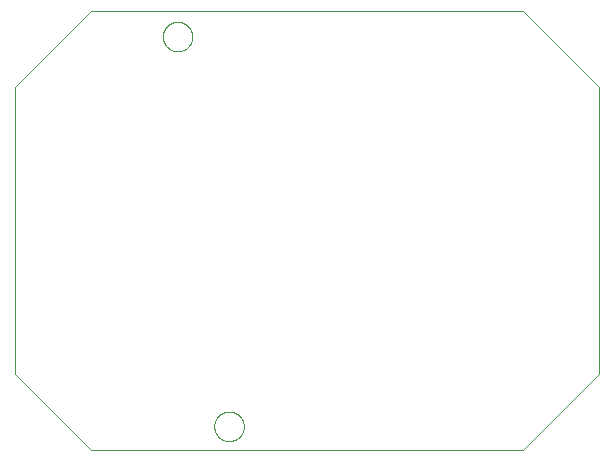
<source format=gtp>
G75*
%MOIN*%
%OFA0B0*%
%FSLAX25Y25*%
%IPPOS*%
%LPD*%
%AMOC8*
5,1,8,0,0,1.08239X$1,22.5*
%
%ADD10C,0.00000*%
D10*
X0002942Y0027902D02*
X0028336Y0002508D01*
X0172431Y0002508D01*
X0197824Y0027902D01*
X0197824Y0123374D01*
X0172431Y0148768D01*
X0028336Y0148768D01*
X0002942Y0123374D01*
X0002942Y0027902D01*
X0069478Y0010382D02*
X0069480Y0010522D01*
X0069486Y0010662D01*
X0069496Y0010801D01*
X0069510Y0010940D01*
X0069528Y0011079D01*
X0069549Y0011217D01*
X0069575Y0011355D01*
X0069605Y0011492D01*
X0069638Y0011627D01*
X0069676Y0011762D01*
X0069717Y0011896D01*
X0069762Y0012029D01*
X0069810Y0012160D01*
X0069863Y0012289D01*
X0069919Y0012418D01*
X0069978Y0012544D01*
X0070042Y0012669D01*
X0070108Y0012792D01*
X0070179Y0012913D01*
X0070252Y0013032D01*
X0070329Y0013149D01*
X0070410Y0013263D01*
X0070493Y0013375D01*
X0070580Y0013485D01*
X0070670Y0013593D01*
X0070762Y0013697D01*
X0070858Y0013799D01*
X0070957Y0013899D01*
X0071058Y0013995D01*
X0071162Y0014089D01*
X0071269Y0014179D01*
X0071378Y0014266D01*
X0071490Y0014351D01*
X0071604Y0014432D01*
X0071720Y0014510D01*
X0071838Y0014584D01*
X0071959Y0014655D01*
X0072081Y0014723D01*
X0072206Y0014787D01*
X0072332Y0014848D01*
X0072459Y0014905D01*
X0072589Y0014958D01*
X0072720Y0015008D01*
X0072852Y0015053D01*
X0072985Y0015096D01*
X0073120Y0015134D01*
X0073255Y0015168D01*
X0073392Y0015199D01*
X0073529Y0015226D01*
X0073667Y0015248D01*
X0073806Y0015267D01*
X0073945Y0015282D01*
X0074084Y0015293D01*
X0074224Y0015300D01*
X0074364Y0015303D01*
X0074504Y0015302D01*
X0074644Y0015297D01*
X0074783Y0015288D01*
X0074923Y0015275D01*
X0075062Y0015258D01*
X0075200Y0015237D01*
X0075338Y0015213D01*
X0075475Y0015184D01*
X0075611Y0015152D01*
X0075746Y0015115D01*
X0075880Y0015075D01*
X0076013Y0015031D01*
X0076144Y0014983D01*
X0076274Y0014932D01*
X0076403Y0014877D01*
X0076530Y0014818D01*
X0076655Y0014755D01*
X0076778Y0014690D01*
X0076900Y0014620D01*
X0077019Y0014547D01*
X0077137Y0014471D01*
X0077252Y0014392D01*
X0077365Y0014309D01*
X0077475Y0014223D01*
X0077583Y0014134D01*
X0077688Y0014042D01*
X0077791Y0013947D01*
X0077891Y0013849D01*
X0077988Y0013749D01*
X0078082Y0013645D01*
X0078174Y0013539D01*
X0078262Y0013431D01*
X0078347Y0013320D01*
X0078429Y0013206D01*
X0078508Y0013090D01*
X0078583Y0012973D01*
X0078655Y0012853D01*
X0078723Y0012731D01*
X0078788Y0012607D01*
X0078850Y0012481D01*
X0078908Y0012354D01*
X0078962Y0012225D01*
X0079013Y0012094D01*
X0079059Y0011962D01*
X0079102Y0011829D01*
X0079142Y0011695D01*
X0079177Y0011560D01*
X0079209Y0011423D01*
X0079236Y0011286D01*
X0079260Y0011148D01*
X0079280Y0011010D01*
X0079296Y0010871D01*
X0079308Y0010731D01*
X0079316Y0010592D01*
X0079320Y0010452D01*
X0079320Y0010312D01*
X0079316Y0010172D01*
X0079308Y0010033D01*
X0079296Y0009893D01*
X0079280Y0009754D01*
X0079260Y0009616D01*
X0079236Y0009478D01*
X0079209Y0009341D01*
X0079177Y0009204D01*
X0079142Y0009069D01*
X0079102Y0008935D01*
X0079059Y0008802D01*
X0079013Y0008670D01*
X0078962Y0008539D01*
X0078908Y0008410D01*
X0078850Y0008283D01*
X0078788Y0008157D01*
X0078723Y0008033D01*
X0078655Y0007911D01*
X0078583Y0007791D01*
X0078508Y0007674D01*
X0078429Y0007558D01*
X0078347Y0007444D01*
X0078262Y0007333D01*
X0078174Y0007225D01*
X0078082Y0007119D01*
X0077988Y0007015D01*
X0077891Y0006915D01*
X0077791Y0006817D01*
X0077688Y0006722D01*
X0077583Y0006630D01*
X0077475Y0006541D01*
X0077365Y0006455D01*
X0077252Y0006372D01*
X0077137Y0006293D01*
X0077019Y0006217D01*
X0076900Y0006144D01*
X0076778Y0006074D01*
X0076655Y0006009D01*
X0076530Y0005946D01*
X0076403Y0005887D01*
X0076274Y0005832D01*
X0076144Y0005781D01*
X0076013Y0005733D01*
X0075880Y0005689D01*
X0075746Y0005649D01*
X0075611Y0005612D01*
X0075475Y0005580D01*
X0075338Y0005551D01*
X0075200Y0005527D01*
X0075062Y0005506D01*
X0074923Y0005489D01*
X0074783Y0005476D01*
X0074644Y0005467D01*
X0074504Y0005462D01*
X0074364Y0005461D01*
X0074224Y0005464D01*
X0074084Y0005471D01*
X0073945Y0005482D01*
X0073806Y0005497D01*
X0073667Y0005516D01*
X0073529Y0005538D01*
X0073392Y0005565D01*
X0073255Y0005596D01*
X0073120Y0005630D01*
X0072985Y0005668D01*
X0072852Y0005711D01*
X0072720Y0005756D01*
X0072589Y0005806D01*
X0072459Y0005859D01*
X0072332Y0005916D01*
X0072206Y0005977D01*
X0072081Y0006041D01*
X0071959Y0006109D01*
X0071838Y0006180D01*
X0071720Y0006254D01*
X0071604Y0006332D01*
X0071490Y0006413D01*
X0071378Y0006498D01*
X0071269Y0006585D01*
X0071162Y0006675D01*
X0071058Y0006769D01*
X0070957Y0006865D01*
X0070858Y0006965D01*
X0070762Y0007067D01*
X0070670Y0007171D01*
X0070580Y0007279D01*
X0070493Y0007389D01*
X0070410Y0007501D01*
X0070329Y0007615D01*
X0070252Y0007732D01*
X0070179Y0007851D01*
X0070108Y0007972D01*
X0070042Y0008095D01*
X0069978Y0008220D01*
X0069919Y0008346D01*
X0069863Y0008475D01*
X0069810Y0008604D01*
X0069762Y0008735D01*
X0069717Y0008868D01*
X0069676Y0009002D01*
X0069638Y0009137D01*
X0069605Y0009272D01*
X0069575Y0009409D01*
X0069549Y0009547D01*
X0069528Y0009685D01*
X0069510Y0009824D01*
X0069496Y0009963D01*
X0069486Y0010102D01*
X0069480Y0010242D01*
X0069478Y0010382D01*
X0052352Y0140303D02*
X0052354Y0140443D01*
X0052360Y0140583D01*
X0052370Y0140722D01*
X0052384Y0140861D01*
X0052402Y0141000D01*
X0052423Y0141138D01*
X0052449Y0141276D01*
X0052479Y0141413D01*
X0052512Y0141548D01*
X0052550Y0141683D01*
X0052591Y0141817D01*
X0052636Y0141950D01*
X0052684Y0142081D01*
X0052737Y0142210D01*
X0052793Y0142339D01*
X0052852Y0142465D01*
X0052916Y0142590D01*
X0052982Y0142713D01*
X0053053Y0142834D01*
X0053126Y0142953D01*
X0053203Y0143070D01*
X0053284Y0143184D01*
X0053367Y0143296D01*
X0053454Y0143406D01*
X0053544Y0143514D01*
X0053636Y0143618D01*
X0053732Y0143720D01*
X0053831Y0143820D01*
X0053932Y0143916D01*
X0054036Y0144010D01*
X0054143Y0144100D01*
X0054252Y0144187D01*
X0054364Y0144272D01*
X0054478Y0144353D01*
X0054594Y0144431D01*
X0054712Y0144505D01*
X0054833Y0144576D01*
X0054955Y0144644D01*
X0055080Y0144708D01*
X0055206Y0144769D01*
X0055333Y0144826D01*
X0055463Y0144879D01*
X0055594Y0144929D01*
X0055726Y0144974D01*
X0055859Y0145017D01*
X0055994Y0145055D01*
X0056129Y0145089D01*
X0056266Y0145120D01*
X0056403Y0145147D01*
X0056541Y0145169D01*
X0056680Y0145188D01*
X0056819Y0145203D01*
X0056958Y0145214D01*
X0057098Y0145221D01*
X0057238Y0145224D01*
X0057378Y0145223D01*
X0057518Y0145218D01*
X0057657Y0145209D01*
X0057797Y0145196D01*
X0057936Y0145179D01*
X0058074Y0145158D01*
X0058212Y0145134D01*
X0058349Y0145105D01*
X0058485Y0145073D01*
X0058620Y0145036D01*
X0058754Y0144996D01*
X0058887Y0144952D01*
X0059018Y0144904D01*
X0059148Y0144853D01*
X0059277Y0144798D01*
X0059404Y0144739D01*
X0059529Y0144676D01*
X0059652Y0144611D01*
X0059774Y0144541D01*
X0059893Y0144468D01*
X0060011Y0144392D01*
X0060126Y0144313D01*
X0060239Y0144230D01*
X0060349Y0144144D01*
X0060457Y0144055D01*
X0060562Y0143963D01*
X0060665Y0143868D01*
X0060765Y0143770D01*
X0060862Y0143670D01*
X0060956Y0143566D01*
X0061048Y0143460D01*
X0061136Y0143352D01*
X0061221Y0143241D01*
X0061303Y0143127D01*
X0061382Y0143011D01*
X0061457Y0142894D01*
X0061529Y0142774D01*
X0061597Y0142652D01*
X0061662Y0142528D01*
X0061724Y0142402D01*
X0061782Y0142275D01*
X0061836Y0142146D01*
X0061887Y0142015D01*
X0061933Y0141883D01*
X0061976Y0141750D01*
X0062016Y0141616D01*
X0062051Y0141481D01*
X0062083Y0141344D01*
X0062110Y0141207D01*
X0062134Y0141069D01*
X0062154Y0140931D01*
X0062170Y0140792D01*
X0062182Y0140652D01*
X0062190Y0140513D01*
X0062194Y0140373D01*
X0062194Y0140233D01*
X0062190Y0140093D01*
X0062182Y0139954D01*
X0062170Y0139814D01*
X0062154Y0139675D01*
X0062134Y0139537D01*
X0062110Y0139399D01*
X0062083Y0139262D01*
X0062051Y0139125D01*
X0062016Y0138990D01*
X0061976Y0138856D01*
X0061933Y0138723D01*
X0061887Y0138591D01*
X0061836Y0138460D01*
X0061782Y0138331D01*
X0061724Y0138204D01*
X0061662Y0138078D01*
X0061597Y0137954D01*
X0061529Y0137832D01*
X0061457Y0137712D01*
X0061382Y0137595D01*
X0061303Y0137479D01*
X0061221Y0137365D01*
X0061136Y0137254D01*
X0061048Y0137146D01*
X0060956Y0137040D01*
X0060862Y0136936D01*
X0060765Y0136836D01*
X0060665Y0136738D01*
X0060562Y0136643D01*
X0060457Y0136551D01*
X0060349Y0136462D01*
X0060239Y0136376D01*
X0060126Y0136293D01*
X0060011Y0136214D01*
X0059893Y0136138D01*
X0059774Y0136065D01*
X0059652Y0135995D01*
X0059529Y0135930D01*
X0059404Y0135867D01*
X0059277Y0135808D01*
X0059148Y0135753D01*
X0059018Y0135702D01*
X0058887Y0135654D01*
X0058754Y0135610D01*
X0058620Y0135570D01*
X0058485Y0135533D01*
X0058349Y0135501D01*
X0058212Y0135472D01*
X0058074Y0135448D01*
X0057936Y0135427D01*
X0057797Y0135410D01*
X0057657Y0135397D01*
X0057518Y0135388D01*
X0057378Y0135383D01*
X0057238Y0135382D01*
X0057098Y0135385D01*
X0056958Y0135392D01*
X0056819Y0135403D01*
X0056680Y0135418D01*
X0056541Y0135437D01*
X0056403Y0135459D01*
X0056266Y0135486D01*
X0056129Y0135517D01*
X0055994Y0135551D01*
X0055859Y0135589D01*
X0055726Y0135632D01*
X0055594Y0135677D01*
X0055463Y0135727D01*
X0055333Y0135780D01*
X0055206Y0135837D01*
X0055080Y0135898D01*
X0054955Y0135962D01*
X0054833Y0136030D01*
X0054712Y0136101D01*
X0054594Y0136175D01*
X0054478Y0136253D01*
X0054364Y0136334D01*
X0054252Y0136419D01*
X0054143Y0136506D01*
X0054036Y0136596D01*
X0053932Y0136690D01*
X0053831Y0136786D01*
X0053732Y0136886D01*
X0053636Y0136988D01*
X0053544Y0137092D01*
X0053454Y0137200D01*
X0053367Y0137310D01*
X0053284Y0137422D01*
X0053203Y0137536D01*
X0053126Y0137653D01*
X0053053Y0137772D01*
X0052982Y0137893D01*
X0052916Y0138016D01*
X0052852Y0138141D01*
X0052793Y0138267D01*
X0052737Y0138396D01*
X0052684Y0138525D01*
X0052636Y0138656D01*
X0052591Y0138789D01*
X0052550Y0138923D01*
X0052512Y0139058D01*
X0052479Y0139193D01*
X0052449Y0139330D01*
X0052423Y0139468D01*
X0052402Y0139606D01*
X0052384Y0139745D01*
X0052370Y0139884D01*
X0052360Y0140023D01*
X0052354Y0140163D01*
X0052352Y0140303D01*
M02*

</source>
